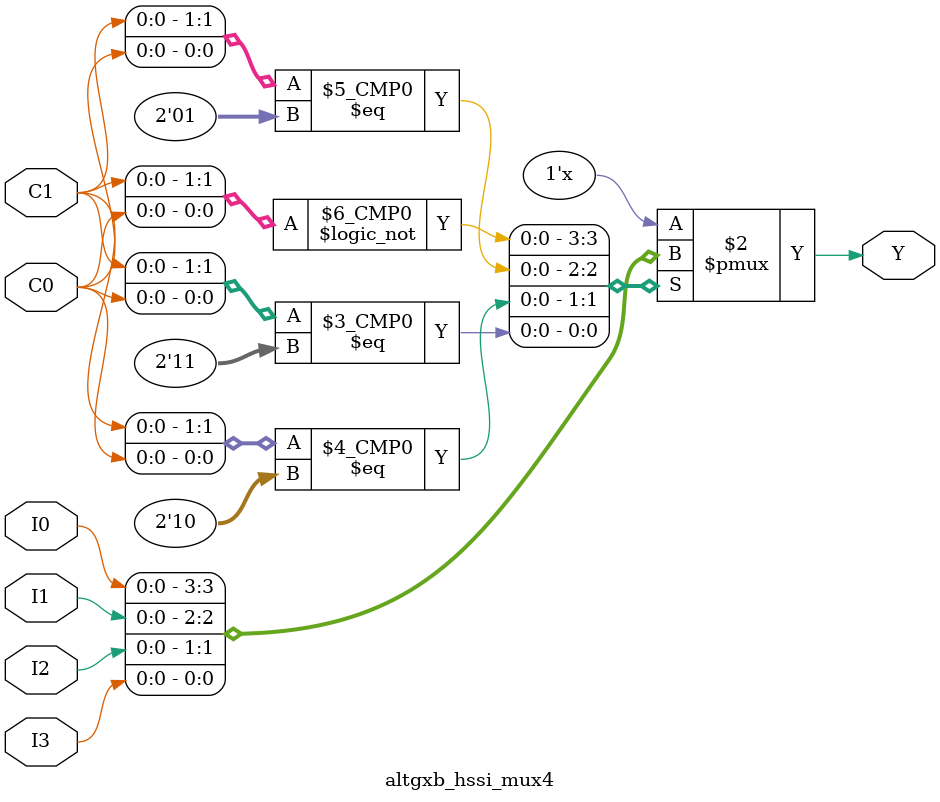
<source format=v>
module altgxb_hssi_mux4(Y,I0,I1,I2,I3,C0,C1); 
  input I0,I1,I2,I3,C0,C1; 
  output Y; 
  reg   Y; 
  always@(I0 or I1 or I2 or I3 or C0 or C1) begin 
      case ({C1,C0})  
          2'b00 : Y = I0 ; 
          2'b01 : Y = I1 ; 
          2'b10 : Y = I2 ; 
          2'b11 : Y = I3 ; 
      endcase 
  end 
endmodule
</source>
